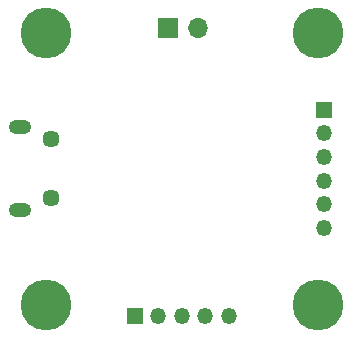
<source format=gbs>
G04 #@! TF.GenerationSoftware,KiCad,Pcbnew,(6.0.5)*
G04 #@! TF.CreationDate,2022-09-30T16:47:31-04:00*
G04 #@! TF.ProjectId,Pokeball_xs,506f6b65-6261-46c6-9c5f-78732e6b6963,rev?*
G04 #@! TF.SameCoordinates,Original*
G04 #@! TF.FileFunction,Soldermask,Bot*
G04 #@! TF.FilePolarity,Negative*
%FSLAX46Y46*%
G04 Gerber Fmt 4.6, Leading zero omitted, Abs format (unit mm)*
G04 Created by KiCad (PCBNEW (6.0.5)) date 2022-09-30 16:47:31*
%MOMM*%
%LPD*%
G01*
G04 APERTURE LIST*
%ADD10C,4.300000*%
%ADD11R,1.350000X1.350000*%
%ADD12O,1.350000X1.350000*%
%ADD13O,1.900000X1.200000*%
%ADD14C,1.450000*%
%ADD15R,1.700000X1.700000*%
%ADD16O,1.700000X1.700000*%
G04 APERTURE END LIST*
D10*
G04 #@! TO.C,H1*
X128500000Y-105000000D03*
G04 #@! TD*
G04 #@! TO.C,H2*
X128500000Y-82000000D03*
G04 #@! TD*
G04 #@! TO.C,H3*
X151500000Y-105000000D03*
G04 #@! TD*
G04 #@! TO.C,H4*
X151500000Y-82000000D03*
G04 #@! TD*
D11*
G04 #@! TO.C,J1*
X136000000Y-106000000D03*
D12*
X138000000Y-106000000D03*
X140000000Y-106000000D03*
X142000000Y-106000000D03*
X144000000Y-106000000D03*
G04 #@! TD*
D11*
G04 #@! TO.C,J3*
X152000000Y-88500000D03*
D12*
X152000000Y-90500000D03*
X152000000Y-92500000D03*
X152000000Y-94500000D03*
X152000000Y-96500000D03*
X152000000Y-98500000D03*
G04 #@! TD*
D13*
G04 #@! TO.C,J2*
X126262500Y-97000000D03*
D14*
X128962500Y-96000000D03*
X128962500Y-91000000D03*
D13*
X126262500Y-90000000D03*
G04 #@! TD*
D15*
G04 #@! TO.C,J4*
X138850000Y-81575000D03*
D16*
X141390000Y-81575000D03*
G04 #@! TD*
M02*

</source>
